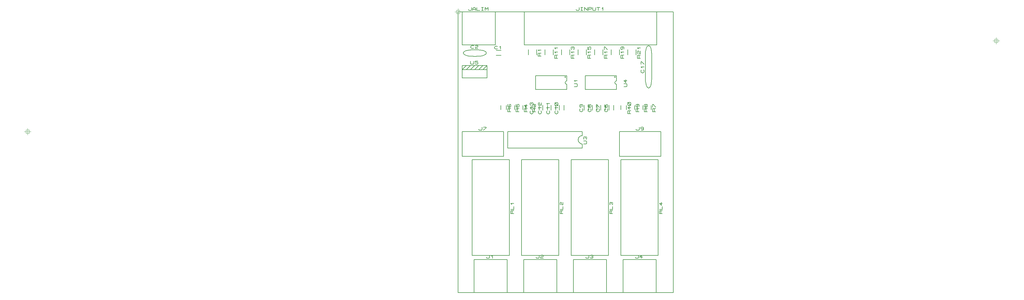
<source format=gbr>
G04 PROTEUS GERBER X2 FILE*
%TF.GenerationSoftware,Labcenter,Proteus,8.5-SP1-Build22252*%
%TF.CreationDate,2016-12-04T16:33:54+00:00*%
%TF.FileFunction,Legend,Top*%
%TF.FilePolarity,Positive*%
%TF.Part,Single*%
%FSLAX45Y45*%
%MOMM*%
G01*
%TA.AperFunction,Material*%
%ADD26C,0.000010*%
%ADD27C,0.203200*%
%ADD28C,0.200000*%
%TA.AperFunction,Profile*%
%ADD24C,0.203200*%
D26*
X-28498800Y+8966200D02*
X-28397200Y+8966200D01*
X-28397200Y+9067800D01*
X-28498800Y+9067800D01*
X-28498800Y+8966200D01*
X-28549600Y+9017000D02*
X-28346400Y+9017000D01*
X-28448000Y+9118600D02*
X-28448000Y+8915400D01*
X+1219200Y+11760200D02*
X+1320800Y+11760200D01*
X+1320800Y+11861800D01*
X+1219200Y+11861800D01*
X+1219200Y+11760200D01*
X+1168400Y+11811000D02*
X+1371600Y+11811000D01*
X+1270000Y+11912600D02*
X+1270000Y+11709400D01*
D27*
X-15113000Y+12700000D02*
X-15113000Y+11684000D01*
X-14097000Y+12700000D02*
X-14097000Y+11684000D01*
X-15113000Y+11684000D02*
X-14097000Y+11684000D01*
X-15113000Y+12700000D02*
X-14097000Y+12700000D01*
X-14922500Y+12771120D02*
X-14922500Y+12755880D01*
X-14906625Y+12740640D01*
X-14843125Y+12740640D01*
X-14827250Y+12755880D01*
X-14827250Y+12832080D01*
X-14795500Y+12740640D02*
X-14795500Y+12801600D01*
X-14763750Y+12832080D01*
X-14732000Y+12832080D01*
X-14700250Y+12801600D01*
X-14700250Y+12740640D01*
X-14795500Y+12771120D02*
X-14700250Y+12771120D01*
X-14668500Y+12832080D02*
X-14668500Y+12740640D01*
X-14573250Y+12740640D01*
X-14525625Y+12832080D02*
X-14462125Y+12832080D01*
X-14493875Y+12832080D02*
X-14493875Y+12740640D01*
X-14525625Y+12740640D02*
X-14462125Y+12740640D01*
X-14414500Y+12740640D02*
X-14414500Y+12832080D01*
X-14366875Y+12786360D01*
X-14319250Y+12832080D01*
X-14319250Y+12740640D01*
X-13208000Y+12700000D02*
X-13208000Y+11684000D01*
X-9144000Y+12700000D02*
X-9144000Y+11684000D01*
X-13208000Y+11684000D01*
X-13208000Y+12700000D02*
X-9144000Y+12700000D01*
X-11620500Y+12771120D02*
X-11620500Y+12755880D01*
X-11604625Y+12740640D01*
X-11541125Y+12740640D01*
X-11525250Y+12755880D01*
X-11525250Y+12832080D01*
X-11477625Y+12832080D02*
X-11414125Y+12832080D01*
X-11445875Y+12832080D02*
X-11445875Y+12740640D01*
X-11477625Y+12740640D02*
X-11414125Y+12740640D01*
X-11366500Y+12740640D02*
X-11366500Y+12832080D01*
X-11271250Y+12740640D01*
X-11271250Y+12832080D01*
X-11239500Y+12740640D02*
X-11239500Y+12832080D01*
X-11160125Y+12832080D01*
X-11144250Y+12816840D01*
X-11144250Y+12801600D01*
X-11160125Y+12786360D01*
X-11239500Y+12786360D01*
X-11112500Y+12832080D02*
X-11112500Y+12755880D01*
X-11096625Y+12740640D01*
X-11033125Y+12740640D01*
X-11017250Y+12755880D01*
X-11017250Y+12832080D01*
X-10985500Y+12832080D02*
X-10890250Y+12832080D01*
X-10937875Y+12832080D02*
X-10937875Y+12740640D01*
X-10826750Y+12801600D02*
X-10795000Y+12832080D01*
X-10795000Y+12740640D01*
X-14756000Y+5080000D02*
X-14756000Y+4064000D01*
X-13740000Y+5080000D02*
X-13740000Y+4064000D01*
X-14756000Y+4064000D02*
X-13740000Y+4064000D01*
X-14756000Y+5080000D02*
X-13740000Y+5080000D01*
X-14375000Y+5151120D02*
X-14375000Y+5135880D01*
X-14359125Y+5120640D01*
X-14295625Y+5120640D01*
X-14279750Y+5135880D01*
X-14279750Y+5212080D01*
X-14216250Y+5181600D02*
X-14184500Y+5212080D01*
X-14184500Y+5120640D01*
X-13232000Y+5080000D02*
X-13232000Y+4064000D01*
X-12216000Y+5080000D02*
X-12216000Y+4064000D01*
X-13232000Y+4064000D02*
X-12216000Y+4064000D01*
X-13232000Y+5080000D02*
X-12216000Y+5080000D01*
X-12851000Y+5151120D02*
X-12851000Y+5135880D01*
X-12835125Y+5120640D01*
X-12771625Y+5120640D01*
X-12755750Y+5135880D01*
X-12755750Y+5212080D01*
X-12708125Y+5196840D02*
X-12692250Y+5212080D01*
X-12644625Y+5212080D01*
X-12628750Y+5196840D01*
X-12628750Y+5181600D01*
X-12644625Y+5166360D01*
X-12692250Y+5166360D01*
X-12708125Y+5151120D01*
X-12708125Y+5120640D01*
X-12628750Y+5120640D01*
X-11708000Y+5080000D02*
X-11708000Y+4064000D01*
X-10692000Y+5080000D02*
X-10692000Y+4064000D01*
X-11708000Y+4064000D02*
X-10692000Y+4064000D01*
X-11708000Y+5080000D02*
X-10692000Y+5080000D01*
X-11327000Y+5151120D02*
X-11327000Y+5135880D01*
X-11311125Y+5120640D01*
X-11247625Y+5120640D01*
X-11231750Y+5135880D01*
X-11231750Y+5212080D01*
X-11184125Y+5196840D02*
X-11168250Y+5212080D01*
X-11120625Y+5212080D01*
X-11104750Y+5196840D01*
X-11104750Y+5181600D01*
X-11120625Y+5166360D01*
X-11104750Y+5151120D01*
X-11104750Y+5135880D01*
X-11120625Y+5120640D01*
X-11168250Y+5120640D01*
X-11184125Y+5135880D01*
X-11152375Y+5166360D02*
X-11120625Y+5166360D01*
X-10184000Y+5080000D02*
X-10184000Y+4064000D01*
X-9168000Y+5080000D02*
X-9168000Y+4064000D01*
X-10184000Y+4064000D02*
X-9168000Y+4064000D01*
X-10184000Y+5080000D02*
X-9168000Y+5080000D01*
X-9803000Y+5151120D02*
X-9803000Y+5135880D01*
X-9787125Y+5120640D01*
X-9723625Y+5120640D01*
X-9707750Y+5135880D01*
X-9707750Y+5212080D01*
X-9580750Y+5151120D02*
X-9676000Y+5151120D01*
X-9612500Y+5212080D01*
X-9612500Y+5120640D01*
X-14810040Y+5209700D02*
X-13667040Y+5209700D01*
X-13667040Y+8150200D01*
X-14810040Y+8150200D01*
X-14810040Y+5209700D01*
X-13534960Y+6489450D02*
X-13626400Y+6489450D01*
X-13626400Y+6568825D01*
X-13611160Y+6584700D01*
X-13595920Y+6584700D01*
X-13580680Y+6568825D01*
X-13580680Y+6489450D01*
X-13580680Y+6568825D02*
X-13565440Y+6584700D01*
X-13534960Y+6584700D01*
X-13626400Y+6616450D02*
X-13534960Y+6616450D01*
X-13534960Y+6711700D01*
X-13595920Y+6775200D02*
X-13626400Y+6806950D01*
X-13534960Y+6806950D01*
X-13298040Y+5209700D02*
X-12155040Y+5209700D01*
X-12155040Y+8150200D01*
X-13298040Y+8150200D01*
X-13298040Y+5209700D01*
X-12022960Y+6489450D02*
X-12114400Y+6489450D01*
X-12114400Y+6568825D01*
X-12099160Y+6584700D01*
X-12083920Y+6584700D01*
X-12068680Y+6568825D01*
X-12068680Y+6489450D01*
X-12068680Y+6568825D02*
X-12053440Y+6584700D01*
X-12022960Y+6584700D01*
X-12114400Y+6616450D02*
X-12022960Y+6616450D01*
X-12022960Y+6711700D01*
X-12099160Y+6759325D02*
X-12114400Y+6775200D01*
X-12114400Y+6822825D01*
X-12099160Y+6838700D01*
X-12083920Y+6838700D01*
X-12068680Y+6822825D01*
X-12068680Y+6775200D01*
X-12053440Y+6759325D01*
X-12022960Y+6759325D01*
X-12022960Y+6838700D01*
X-11774040Y+5209700D02*
X-10631040Y+5209700D01*
X-10631040Y+8150200D01*
X-11774040Y+8150200D01*
X-11774040Y+5209700D01*
X-10498960Y+6489450D02*
X-10590400Y+6489450D01*
X-10590400Y+6568825D01*
X-10575160Y+6584700D01*
X-10559920Y+6584700D01*
X-10544680Y+6568825D01*
X-10544680Y+6489450D01*
X-10544680Y+6568825D02*
X-10529440Y+6584700D01*
X-10498960Y+6584700D01*
X-10590400Y+6616450D02*
X-10498960Y+6616450D01*
X-10498960Y+6711700D01*
X-10575160Y+6759325D02*
X-10590400Y+6775200D01*
X-10590400Y+6822825D01*
X-10575160Y+6838700D01*
X-10559920Y+6838700D01*
X-10544680Y+6822825D01*
X-10529440Y+6838700D01*
X-10514200Y+6838700D01*
X-10498960Y+6822825D01*
X-10498960Y+6775200D01*
X-10514200Y+6759325D01*
X-10544680Y+6791075D02*
X-10544680Y+6822825D01*
X-10250040Y+5209700D02*
X-9107040Y+5209700D01*
X-9107040Y+8150200D01*
X-10250040Y+8150200D01*
X-10250040Y+5209700D01*
X-8974960Y+6489450D02*
X-9066400Y+6489450D01*
X-9066400Y+6568825D01*
X-9051160Y+6584700D01*
X-9035920Y+6584700D01*
X-9020680Y+6568825D01*
X-9020680Y+6489450D01*
X-9020680Y+6568825D02*
X-9005440Y+6584700D01*
X-8974960Y+6584700D01*
X-9066400Y+6616450D02*
X-8974960Y+6616450D01*
X-8974960Y+6711700D01*
X-9005440Y+6838700D02*
X-9005440Y+6743450D01*
X-9066400Y+6806950D01*
X-8974960Y+6806950D01*
X-11430000Y+9017000D02*
X-11430000Y+8890000D01*
X-11557000Y+8763000D02*
X-11554564Y+8737124D01*
X-11547515Y+8713152D01*
X-11536238Y+8691562D01*
X-11521122Y+8672830D01*
X-11502554Y+8657431D01*
X-11480919Y+8645842D01*
X-11456606Y+8638540D01*
X-11430000Y+8636000D01*
X-11557000Y+8763000D02*
X-11554564Y+8789606D01*
X-11547515Y+8813919D01*
X-11536238Y+8835554D01*
X-11521122Y+8854122D01*
X-11502554Y+8869238D01*
X-11480919Y+8880515D01*
X-11456606Y+8887564D01*
X-11430000Y+8890000D01*
X-11430000Y+8636000D02*
X-11430000Y+8509000D01*
X-13716000Y+9017000D02*
X-13716000Y+8509000D01*
X-11430000Y+9017000D02*
X-13716000Y+9017000D01*
X-13716000Y+8509000D02*
X-11430000Y+8509000D01*
X-11389360Y+8636000D02*
X-11313160Y+8636000D01*
X-11297920Y+8651875D01*
X-11297920Y+8715375D01*
X-11313160Y+8731250D01*
X-11389360Y+8731250D01*
X-11374120Y+8778875D02*
X-11389360Y+8794750D01*
X-11389360Y+8842375D01*
X-11374120Y+8858250D01*
X-11358880Y+8858250D01*
X-11343640Y+8842375D01*
X-11328400Y+8858250D01*
X-11313160Y+8858250D01*
X-11297920Y+8842375D01*
X-11297920Y+8794750D01*
X-11313160Y+8778875D01*
X-11343640Y+8810625D02*
X-11343640Y+8842375D01*
X-15113000Y+10668000D02*
X-14351000Y+10668000D01*
X-14351000Y+10922000D01*
X-15113000Y+10922000D01*
X-15113000Y+10668000D01*
X-15113000Y+10922000D02*
X-15113000Y+11049000D01*
X-14351000Y+11049000D01*
X-14351000Y+10922000D01*
X-15113000Y+10922000D02*
X-14986000Y+11049000D01*
X-14986000Y+10922000D02*
X-14859000Y+11049000D01*
X-14859000Y+10922000D02*
X-14732000Y+11049000D01*
X-14732000Y+10922000D02*
X-14605000Y+11049000D01*
X-14605000Y+10922000D02*
X-14478000Y+11049000D01*
X-14478000Y+10922000D02*
X-14351000Y+11049000D01*
X-14859000Y+11181080D02*
X-14859000Y+11104880D01*
X-14843125Y+11089640D01*
X-14779625Y+11089640D01*
X-14763750Y+11104880D01*
X-14763750Y+11181080D01*
X-14636750Y+11181080D02*
X-14716125Y+11181080D01*
X-14716125Y+11150600D01*
X-14652625Y+11150600D01*
X-14636750Y+11135360D01*
X-14636750Y+11104880D01*
X-14652625Y+11089640D01*
X-14700250Y+11089640D01*
X-14716125Y+11104880D01*
X-15078000Y+11430000D02*
X-15073728Y+11450447D01*
X-15060227Y+11469355D01*
X-15036472Y+11486360D01*
X-15001438Y+11501094D01*
X-14954099Y+11513191D01*
X-14893430Y+11522285D01*
X-14818405Y+11528010D01*
X-14728000Y+11530000D01*
X-15078000Y+11430000D02*
X-15073728Y+11409553D01*
X-15060227Y+11390645D01*
X-15036472Y+11373640D01*
X-15001438Y+11358906D01*
X-14954099Y+11346809D01*
X-14893430Y+11337715D01*
X-14818405Y+11331990D01*
X-14728000Y+11330000D01*
X-14378000Y+11430000D02*
X-14382272Y+11450447D01*
X-14395773Y+11469355D01*
X-14419528Y+11486360D01*
X-14454562Y+11501094D01*
X-14501901Y+11513191D01*
X-14562570Y+11522285D01*
X-14637595Y+11528010D01*
X-14728000Y+11530000D01*
X-14378000Y+11430000D02*
X-14382272Y+11409553D01*
X-14395773Y+11390645D01*
X-14419528Y+11373640D01*
X-14454562Y+11358906D01*
X-14501901Y+11346809D01*
X-14562570Y+11337715D01*
X-14637595Y+11331990D01*
X-14728000Y+11330000D01*
X-14759750Y+11585880D02*
X-14775625Y+11570640D01*
X-14823250Y+11570640D01*
X-14855000Y+11601120D01*
X-14855000Y+11631600D01*
X-14823250Y+11662080D01*
X-14775625Y+11662080D01*
X-14759750Y+11646840D01*
X-14712125Y+11646840D02*
X-14696250Y+11662080D01*
X-14648625Y+11662080D01*
X-14632750Y+11646840D01*
X-14632750Y+11631600D01*
X-14648625Y+11616360D01*
X-14696250Y+11616360D01*
X-14712125Y+11601120D01*
X-14712125Y+11570640D01*
X-14632750Y+11570640D01*
X-14074140Y+11511660D02*
X-13921740Y+11511660D01*
X-14071600Y+11364340D02*
X-13921740Y+11364340D01*
X-14032230Y+11567540D02*
X-14048105Y+11552300D01*
X-14095730Y+11552300D01*
X-14127480Y+11582780D01*
X-14127480Y+11613260D01*
X-14095730Y+11643740D01*
X-14048105Y+11643740D01*
X-14032230Y+11628500D01*
X-13968730Y+11613260D02*
X-13936980Y+11643740D01*
X-13936980Y+11552300D01*
X-11904980Y+10731500D02*
X-11904980Y+10574338D01*
X-11925598Y+10570296D01*
X-11942225Y+10559194D01*
X-11953326Y+10542567D01*
X-11957368Y+10521950D01*
X-11904980Y+10469562D02*
X-11925598Y+10473604D01*
X-11942225Y+10484706D01*
X-11953326Y+10501333D01*
X-11957368Y+10521950D01*
X-11904980Y+10469562D02*
X-11904980Y+10312400D01*
X-12860020Y+10655300D02*
X-12860020Y+10388600D01*
X-11938000Y+10731500D02*
X-12827000Y+10731500D01*
X-11938000Y+10312400D02*
X-12827000Y+10312400D01*
X-11938000Y+10731500D02*
X-11904980Y+10731500D01*
X-11904980Y+10312400D02*
X-11938000Y+10312400D01*
X-12860020Y+10388600D02*
X-12860020Y+10312400D01*
X-12827000Y+10312400D01*
X-12827000Y+10731500D02*
X-12860020Y+10731500D01*
X-12860020Y+10655300D01*
X-11944096Y+10695940D02*
X-11944131Y+10696785D01*
X-11944418Y+10698476D01*
X-11945017Y+10700167D01*
X-11945997Y+10701858D01*
X-11947497Y+10703526D01*
X-11949188Y+10704746D01*
X-11950879Y+10705522D01*
X-11952570Y+10705959D01*
X-11954256Y+10706100D01*
X-11964416Y+10695940D02*
X-11964381Y+10696785D01*
X-11964094Y+10698476D01*
X-11963495Y+10700167D01*
X-11962515Y+10701858D01*
X-11961015Y+10703526D01*
X-11959324Y+10704746D01*
X-11957633Y+10705522D01*
X-11955942Y+10705959D01*
X-11954256Y+10706100D01*
X-11964416Y+10695940D02*
X-11964381Y+10695095D01*
X-11964094Y+10693404D01*
X-11963495Y+10691713D01*
X-11962515Y+10690022D01*
X-11961015Y+10688354D01*
X-11959324Y+10687134D01*
X-11957633Y+10686358D01*
X-11955942Y+10685921D01*
X-11954256Y+10685780D01*
X-11944096Y+10695940D02*
X-11944131Y+10695095D01*
X-11944418Y+10693404D01*
X-11945017Y+10691713D01*
X-11945997Y+10690022D01*
X-11947497Y+10688354D01*
X-11949188Y+10687134D01*
X-11950879Y+10686358D01*
X-11952570Y+10685921D01*
X-11954256Y+10685780D01*
X-11678920Y+10394950D02*
X-11602720Y+10394950D01*
X-11587480Y+10410825D01*
X-11587480Y+10474325D01*
X-11602720Y+10490200D01*
X-11678920Y+10490200D01*
X-11648440Y+10553700D02*
X-11678920Y+10585450D01*
X-11587480Y+10585450D01*
X-10380980Y+10731500D02*
X-10380980Y+10574338D01*
X-10401598Y+10570296D01*
X-10418225Y+10559194D01*
X-10429326Y+10542567D01*
X-10433368Y+10521950D01*
X-10380980Y+10469562D02*
X-10401598Y+10473604D01*
X-10418225Y+10484706D01*
X-10429326Y+10501333D01*
X-10433368Y+10521950D01*
X-10380980Y+10469562D02*
X-10380980Y+10312400D01*
X-11336020Y+10655300D02*
X-11336020Y+10388600D01*
X-10414000Y+10731500D02*
X-11303000Y+10731500D01*
X-10414000Y+10312400D02*
X-11303000Y+10312400D01*
X-10414000Y+10731500D02*
X-10380980Y+10731500D01*
X-10380980Y+10312400D02*
X-10414000Y+10312400D01*
X-11336020Y+10388600D02*
X-11336020Y+10312400D01*
X-11303000Y+10312400D01*
X-11303000Y+10731500D02*
X-11336020Y+10731500D01*
X-11336020Y+10655300D01*
X-10420096Y+10695940D02*
X-10420131Y+10696785D01*
X-10420418Y+10698476D01*
X-10421017Y+10700167D01*
X-10421997Y+10701858D01*
X-10423497Y+10703526D01*
X-10425188Y+10704746D01*
X-10426879Y+10705522D01*
X-10428570Y+10705959D01*
X-10430256Y+10706100D01*
X-10440416Y+10695940D02*
X-10440381Y+10696785D01*
X-10440094Y+10698476D01*
X-10439495Y+10700167D01*
X-10438515Y+10701858D01*
X-10437015Y+10703526D01*
X-10435324Y+10704746D01*
X-10433633Y+10705522D01*
X-10431942Y+10705959D01*
X-10430256Y+10706100D01*
X-10440416Y+10695940D02*
X-10440381Y+10695095D01*
X-10440094Y+10693404D01*
X-10439495Y+10691713D01*
X-10438515Y+10690022D01*
X-10437015Y+10688354D01*
X-10435324Y+10687134D01*
X-10433633Y+10686358D01*
X-10431942Y+10685921D01*
X-10430256Y+10685780D01*
X-10420096Y+10695940D02*
X-10420131Y+10695095D01*
X-10420418Y+10693404D01*
X-10421017Y+10691713D01*
X-10421997Y+10690022D01*
X-10423497Y+10688354D01*
X-10425188Y+10687134D01*
X-10426879Y+10686358D01*
X-10428570Y+10685921D01*
X-10430256Y+10685780D01*
X-10154920Y+10394950D02*
X-10078720Y+10394950D01*
X-10063480Y+10410825D01*
X-10063480Y+10474325D01*
X-10078720Y+10490200D01*
X-10154920Y+10490200D01*
X-10093960Y+10617200D02*
X-10093960Y+10521950D01*
X-10154920Y+10585450D01*
X-10063480Y+10585450D01*
X-9398000Y+10357000D02*
X-9418447Y+10361370D01*
X-9437356Y+10375555D01*
X-9454360Y+10401165D01*
X-9469094Y+10439812D01*
X-9481191Y+10493108D01*
X-9490285Y+10562664D01*
X-9496010Y+10650091D01*
X-9498000Y+10757000D01*
X-9398000Y+10357000D02*
X-9377553Y+10361370D01*
X-9358644Y+10375555D01*
X-9341640Y+10401165D01*
X-9326906Y+10439812D01*
X-9314809Y+10493108D01*
X-9305715Y+10562664D01*
X-9299990Y+10650091D01*
X-9298000Y+10757000D01*
X-9398000Y+11657000D02*
X-9418447Y+11652728D01*
X-9437356Y+11639227D01*
X-9454360Y+11615472D01*
X-9469094Y+11580438D01*
X-9481191Y+11533099D01*
X-9490285Y+11472430D01*
X-9496010Y+11397405D01*
X-9498000Y+11307000D01*
X-9398000Y+11657000D02*
X-9377553Y+11652728D01*
X-9358644Y+11639227D01*
X-9341640Y+11615472D01*
X-9326906Y+11580438D01*
X-9314809Y+11533099D01*
X-9305715Y+11472430D01*
X-9299990Y+11397405D01*
X-9298000Y+11307000D01*
X-9498000Y+10757000D02*
X-9498000Y+11307000D01*
X-9298000Y+10757000D02*
X-9298000Y+11307000D01*
X-9553880Y+10911750D02*
X-9538640Y+10895875D01*
X-9538640Y+10848250D01*
X-9569120Y+10816500D01*
X-9599600Y+10816500D01*
X-9630080Y+10848250D01*
X-9630080Y+10895875D01*
X-9614840Y+10911750D01*
X-9599600Y+10975250D02*
X-9630080Y+11007000D01*
X-9538640Y+11007000D01*
X-9630080Y+11086375D02*
X-9630080Y+11165750D01*
X-9614840Y+11165750D01*
X-9538640Y+11086375D01*
X-12827000Y+11541760D02*
X-12827000Y+11381740D01*
X-13081000Y+11541760D02*
X-13081000Y+11381740D01*
X-12694920Y+11333480D02*
X-12786360Y+11333480D01*
X-12786360Y+11412855D01*
X-12771120Y+11428730D01*
X-12755880Y+11428730D01*
X-12740640Y+11412855D01*
X-12740640Y+11333480D01*
X-12740640Y+11412855D02*
X-12725400Y+11428730D01*
X-12694920Y+11428730D01*
X-12755880Y+11492230D02*
X-12786360Y+11523980D01*
X-12694920Y+11523980D01*
X-12319000Y+11541760D02*
X-12319000Y+11381740D01*
X-12573000Y+11541760D02*
X-12573000Y+11381740D01*
X-12186920Y+11269980D02*
X-12278360Y+11269980D01*
X-12278360Y+11349355D01*
X-12263120Y+11365230D01*
X-12247880Y+11365230D01*
X-12232640Y+11349355D01*
X-12232640Y+11269980D01*
X-12232640Y+11349355D02*
X-12217400Y+11365230D01*
X-12186920Y+11365230D01*
X-12247880Y+11428730D02*
X-12278360Y+11460480D01*
X-12186920Y+11460480D01*
X-12247880Y+11555730D02*
X-12278360Y+11587480D01*
X-12186920Y+11587480D01*
X-11811000Y+11541760D02*
X-11811000Y+11381740D01*
X-12065000Y+11541760D02*
X-12065000Y+11381740D01*
X-11678920Y+11269980D02*
X-11770360Y+11269980D01*
X-11770360Y+11349355D01*
X-11755120Y+11365230D01*
X-11739880Y+11365230D01*
X-11724640Y+11349355D01*
X-11724640Y+11269980D01*
X-11724640Y+11349355D02*
X-11709400Y+11365230D01*
X-11678920Y+11365230D01*
X-11739880Y+11428730D02*
X-11770360Y+11460480D01*
X-11678920Y+11460480D01*
X-11755120Y+11539855D02*
X-11770360Y+11555730D01*
X-11770360Y+11603355D01*
X-11755120Y+11619230D01*
X-11739880Y+11619230D01*
X-11724640Y+11603355D01*
X-11709400Y+11619230D01*
X-11694160Y+11619230D01*
X-11678920Y+11603355D01*
X-11678920Y+11555730D01*
X-11694160Y+11539855D01*
X-11724640Y+11571605D02*
X-11724640Y+11603355D01*
X-11303000Y+11541760D02*
X-11303000Y+11381740D01*
X-11557000Y+11541760D02*
X-11557000Y+11381740D01*
X-11170920Y+11269980D02*
X-11262360Y+11269980D01*
X-11262360Y+11349355D01*
X-11247120Y+11365230D01*
X-11231880Y+11365230D01*
X-11216640Y+11349355D01*
X-11216640Y+11269980D01*
X-11216640Y+11349355D02*
X-11201400Y+11365230D01*
X-11170920Y+11365230D01*
X-11231880Y+11428730D02*
X-11262360Y+11460480D01*
X-11170920Y+11460480D01*
X-11262360Y+11619230D02*
X-11262360Y+11539855D01*
X-11231880Y+11539855D01*
X-11231880Y+11603355D01*
X-11216640Y+11619230D01*
X-11186160Y+11619230D01*
X-11170920Y+11603355D01*
X-11170920Y+11555730D01*
X-11186160Y+11539855D01*
X-10795000Y+11541760D02*
X-10795000Y+11381740D01*
X-11049000Y+11541760D02*
X-11049000Y+11381740D01*
X-10662920Y+11269980D02*
X-10754360Y+11269980D01*
X-10754360Y+11349355D01*
X-10739120Y+11365230D01*
X-10723880Y+11365230D01*
X-10708640Y+11349355D01*
X-10708640Y+11269980D01*
X-10708640Y+11349355D02*
X-10693400Y+11365230D01*
X-10662920Y+11365230D01*
X-10723880Y+11428730D02*
X-10754360Y+11460480D01*
X-10662920Y+11460480D01*
X-10754360Y+11539855D02*
X-10754360Y+11619230D01*
X-10739120Y+11619230D01*
X-10662920Y+11539855D01*
X-10287000Y+11541760D02*
X-10287000Y+11381740D01*
X-10541000Y+11541760D02*
X-10541000Y+11381740D01*
X-10154920Y+11269980D02*
X-10246360Y+11269980D01*
X-10246360Y+11349355D01*
X-10231120Y+11365230D01*
X-10215880Y+11365230D01*
X-10200640Y+11349355D01*
X-10200640Y+11269980D01*
X-10200640Y+11349355D02*
X-10185400Y+11365230D01*
X-10154920Y+11365230D01*
X-10215880Y+11428730D02*
X-10246360Y+11460480D01*
X-10154920Y+11460480D01*
X-10215880Y+11619230D02*
X-10200640Y+11603355D01*
X-10200640Y+11555730D01*
X-10215880Y+11539855D01*
X-10231120Y+11539855D01*
X-10246360Y+11555730D01*
X-10246360Y+11603355D01*
X-10231120Y+11619230D01*
X-10170160Y+11619230D01*
X-10154920Y+11603355D01*
X-10154920Y+11555730D01*
X-9779000Y+11541760D02*
X-9779000Y+11381740D01*
X-10033000Y+11541760D02*
X-10033000Y+11381740D01*
X-9646920Y+11269980D02*
X-9738360Y+11269980D01*
X-9738360Y+11349355D01*
X-9723120Y+11365230D01*
X-9707880Y+11365230D01*
X-9692640Y+11349355D01*
X-9692640Y+11269980D01*
X-9692640Y+11349355D02*
X-9677400Y+11365230D01*
X-9646920Y+11365230D01*
X-9723120Y+11412855D02*
X-9738360Y+11428730D01*
X-9738360Y+11476355D01*
X-9723120Y+11492230D01*
X-9707880Y+11492230D01*
X-9692640Y+11476355D01*
X-9692640Y+11428730D01*
X-9677400Y+11412855D01*
X-9646920Y+11412855D01*
X-9646920Y+11492230D01*
X-9707880Y+11555730D02*
X-9738360Y+11587480D01*
X-9646920Y+11587480D01*
X-10614660Y+9674860D02*
X-10614660Y+9827260D01*
X-10467340Y+9677400D02*
X-10467340Y+9827260D01*
X-10670540Y+9716770D02*
X-10655300Y+9700895D01*
X-10655300Y+9653270D01*
X-10685780Y+9621520D01*
X-10716260Y+9621520D01*
X-10746740Y+9653270D01*
X-10746740Y+9700895D01*
X-10731500Y+9716770D01*
X-10731500Y+9843770D02*
X-10746740Y+9827895D01*
X-10746740Y+9780270D01*
X-10731500Y+9764395D01*
X-10670540Y+9764395D01*
X-10655300Y+9780270D01*
X-10655300Y+9827895D01*
X-10670540Y+9843770D01*
X-10685780Y+9843770D01*
X-10701020Y+9827895D01*
X-10701020Y+9764395D01*
X-10868660Y+9674860D02*
X-10868660Y+9827260D01*
X-10721340Y+9677400D02*
X-10721340Y+9827260D01*
X-10924540Y+9716770D02*
X-10909300Y+9700895D01*
X-10909300Y+9653270D01*
X-10939780Y+9621520D01*
X-10970260Y+9621520D01*
X-11000740Y+9653270D01*
X-11000740Y+9700895D01*
X-10985500Y+9716770D01*
X-11000740Y+9764395D02*
X-11000740Y+9843770D01*
X-10985500Y+9843770D01*
X-10909300Y+9764395D01*
X-11122660Y+9674860D02*
X-11122660Y+9827260D01*
X-10975340Y+9677400D02*
X-10975340Y+9827260D01*
X-11178540Y+9716770D02*
X-11163300Y+9700895D01*
X-11163300Y+9653270D01*
X-11193780Y+9621520D01*
X-11224260Y+9621520D01*
X-11254740Y+9653270D01*
X-11254740Y+9700895D01*
X-11239500Y+9716770D01*
X-11209020Y+9780270D02*
X-11224260Y+9764395D01*
X-11239500Y+9764395D01*
X-11254740Y+9780270D01*
X-11254740Y+9827895D01*
X-11239500Y+9843770D01*
X-11224260Y+9843770D01*
X-11209020Y+9827895D01*
X-11209020Y+9780270D01*
X-11193780Y+9764395D01*
X-11178540Y+9764395D01*
X-11163300Y+9780270D01*
X-11163300Y+9827895D01*
X-11178540Y+9843770D01*
X-11193780Y+9843770D01*
X-11209020Y+9827895D01*
X-11376660Y+9674860D02*
X-11376660Y+9827260D01*
X-11229340Y+9677400D02*
X-11229340Y+9827260D01*
X-11432540Y+9716770D02*
X-11417300Y+9700895D01*
X-11417300Y+9653270D01*
X-11447780Y+9621520D01*
X-11478260Y+9621520D01*
X-11508740Y+9653270D01*
X-11508740Y+9700895D01*
X-11493500Y+9716770D01*
X-11478260Y+9843770D02*
X-11463020Y+9827895D01*
X-11463020Y+9780270D01*
X-11478260Y+9764395D01*
X-11493500Y+9764395D01*
X-11508740Y+9780270D01*
X-11508740Y+9827895D01*
X-11493500Y+9843770D01*
X-11432540Y+9843770D01*
X-11417300Y+9827895D01*
X-11417300Y+9780270D01*
X-12392660Y+9674860D02*
X-12392660Y+9827260D01*
X-12245340Y+9677400D02*
X-12245340Y+9827260D01*
X-12448540Y+9653270D02*
X-12433300Y+9637395D01*
X-12433300Y+9589770D01*
X-12463780Y+9558020D01*
X-12494260Y+9558020D01*
X-12524740Y+9589770D01*
X-12524740Y+9637395D01*
X-12509500Y+9653270D01*
X-12494260Y+9716770D02*
X-12524740Y+9748520D01*
X-12433300Y+9748520D01*
X-12494260Y+9843770D02*
X-12524740Y+9875520D01*
X-12433300Y+9875520D01*
X-12646660Y+9674860D02*
X-12646660Y+9827260D01*
X-12499340Y+9677400D02*
X-12499340Y+9827260D01*
X-12702540Y+9653270D02*
X-12687300Y+9637395D01*
X-12687300Y+9589770D01*
X-12717780Y+9558020D01*
X-12748260Y+9558020D01*
X-12778740Y+9589770D01*
X-12778740Y+9637395D01*
X-12763500Y+9653270D01*
X-12748260Y+9716770D02*
X-12778740Y+9748520D01*
X-12687300Y+9748520D01*
X-12763500Y+9827895D02*
X-12778740Y+9843770D01*
X-12778740Y+9891395D01*
X-12763500Y+9907270D01*
X-12748260Y+9907270D01*
X-12733020Y+9891395D01*
X-12733020Y+9843770D01*
X-12717780Y+9827895D01*
X-12687300Y+9827895D01*
X-12687300Y+9907270D01*
X-12900660Y+9674860D02*
X-12900660Y+9827260D01*
X-12753340Y+9677400D02*
X-12753340Y+9827260D01*
X-12956540Y+9653270D02*
X-12941300Y+9637395D01*
X-12941300Y+9589770D01*
X-12971780Y+9558020D01*
X-13002260Y+9558020D01*
X-13032740Y+9589770D01*
X-13032740Y+9637395D01*
X-13017500Y+9653270D01*
X-13002260Y+9716770D02*
X-13032740Y+9748520D01*
X-12941300Y+9748520D01*
X-13017500Y+9827895D02*
X-13032740Y+9843770D01*
X-13032740Y+9891395D01*
X-13017500Y+9907270D01*
X-13002260Y+9907270D01*
X-12987020Y+9891395D01*
X-12971780Y+9907270D01*
X-12956540Y+9907270D01*
X-12941300Y+9891395D01*
X-12941300Y+9843770D01*
X-12956540Y+9827895D01*
X-12987020Y+9859645D02*
X-12987020Y+9891395D01*
D28*
X-13166000Y+9816000D02*
X-13166000Y+9696000D01*
X-12996000Y+9816000D02*
X-12996000Y+9696000D01*
D27*
X-12864080Y+9629000D02*
X-12955520Y+9629000D01*
X-12955520Y+9708375D01*
X-12940280Y+9724250D01*
X-12925040Y+9724250D01*
X-12909800Y+9708375D01*
X-12909800Y+9629000D01*
X-12909800Y+9708375D02*
X-12894560Y+9724250D01*
X-12864080Y+9724250D01*
X-12940280Y+9771875D02*
X-12955520Y+9787750D01*
X-12955520Y+9835375D01*
X-12940280Y+9851250D01*
X-12925040Y+9851250D01*
X-12909800Y+9835375D01*
X-12894560Y+9851250D01*
X-12879320Y+9851250D01*
X-12864080Y+9835375D01*
X-12864080Y+9787750D01*
X-12879320Y+9771875D01*
X-12909800Y+9803625D02*
X-12909800Y+9835375D01*
D28*
X-13420000Y+9816000D02*
X-13420000Y+9696000D01*
X-13250000Y+9816000D02*
X-13250000Y+9696000D01*
D27*
X-13118080Y+9629000D02*
X-13209520Y+9629000D01*
X-13209520Y+9708375D01*
X-13194280Y+9724250D01*
X-13179040Y+9724250D01*
X-13163800Y+9708375D01*
X-13163800Y+9629000D01*
X-13163800Y+9708375D02*
X-13148560Y+9724250D01*
X-13118080Y+9724250D01*
X-13148560Y+9851250D02*
X-13148560Y+9756000D01*
X-13209520Y+9819500D01*
X-13118080Y+9819500D01*
D28*
X-13674000Y+9816000D02*
X-13674000Y+9696000D01*
X-13504000Y+9816000D02*
X-13504000Y+9696000D01*
D27*
X-13372080Y+9629000D02*
X-13463520Y+9629000D01*
X-13463520Y+9708375D01*
X-13448280Y+9724250D01*
X-13433040Y+9724250D01*
X-13417800Y+9708375D01*
X-13417800Y+9629000D01*
X-13417800Y+9708375D02*
X-13402560Y+9724250D01*
X-13372080Y+9724250D01*
X-13463520Y+9851250D02*
X-13463520Y+9771875D01*
X-13433040Y+9771875D01*
X-13433040Y+9835375D01*
X-13417800Y+9851250D01*
X-13387320Y+9851250D01*
X-13372080Y+9835375D01*
X-13372080Y+9787750D01*
X-13387320Y+9771875D01*
D28*
X-13928000Y+9816000D02*
X-13928000Y+9696000D01*
X-13758000Y+9816000D02*
X-13758000Y+9696000D01*
D27*
X-13626080Y+9629000D02*
X-13717520Y+9629000D01*
X-13717520Y+9708375D01*
X-13702280Y+9724250D01*
X-13687040Y+9724250D01*
X-13671800Y+9708375D01*
X-13671800Y+9629000D01*
X-13671800Y+9708375D02*
X-13656560Y+9724250D01*
X-13626080Y+9724250D01*
X-13702280Y+9851250D02*
X-13717520Y+9835375D01*
X-13717520Y+9787750D01*
X-13702280Y+9771875D01*
X-13641320Y+9771875D01*
X-13626080Y+9787750D01*
X-13626080Y+9835375D01*
X-13641320Y+9851250D01*
X-13656560Y+9851250D01*
X-13671800Y+9835375D01*
X-13671800Y+9771875D01*
D28*
X-9483000Y+9816000D02*
X-9483000Y+9696000D01*
X-9313000Y+9816000D02*
X-9313000Y+9696000D01*
D27*
X-9181080Y+9629000D02*
X-9272520Y+9629000D01*
X-9272520Y+9708375D01*
X-9257280Y+9724250D01*
X-9242040Y+9724250D01*
X-9226800Y+9708375D01*
X-9226800Y+9629000D01*
X-9226800Y+9708375D02*
X-9211560Y+9724250D01*
X-9181080Y+9724250D01*
X-9272520Y+9771875D02*
X-9272520Y+9851250D01*
X-9257280Y+9851250D01*
X-9181080Y+9771875D01*
D28*
X-9737000Y+9816000D02*
X-9737000Y+9696000D01*
X-9567000Y+9816000D02*
X-9567000Y+9696000D01*
D27*
X-9435080Y+9629000D02*
X-9526520Y+9629000D01*
X-9526520Y+9708375D01*
X-9511280Y+9724250D01*
X-9496040Y+9724250D01*
X-9480800Y+9708375D01*
X-9480800Y+9629000D01*
X-9480800Y+9708375D02*
X-9465560Y+9724250D01*
X-9435080Y+9724250D01*
X-9480800Y+9787750D02*
X-9496040Y+9771875D01*
X-9511280Y+9771875D01*
X-9526520Y+9787750D01*
X-9526520Y+9835375D01*
X-9511280Y+9851250D01*
X-9496040Y+9851250D01*
X-9480800Y+9835375D01*
X-9480800Y+9787750D01*
X-9465560Y+9771875D01*
X-9450320Y+9771875D01*
X-9435080Y+9787750D01*
X-9435080Y+9835375D01*
X-9450320Y+9851250D01*
X-9465560Y+9851250D01*
X-9480800Y+9835375D01*
D28*
X-9991000Y+9816000D02*
X-9991000Y+9696000D01*
X-9821000Y+9816000D02*
X-9821000Y+9696000D01*
D27*
X-9689080Y+9629000D02*
X-9780520Y+9629000D01*
X-9780520Y+9708375D01*
X-9765280Y+9724250D01*
X-9750040Y+9724250D01*
X-9734800Y+9708375D01*
X-9734800Y+9629000D01*
X-9734800Y+9708375D02*
X-9719560Y+9724250D01*
X-9689080Y+9724250D01*
X-9750040Y+9851250D02*
X-9734800Y+9835375D01*
X-9734800Y+9787750D01*
X-9750040Y+9771875D01*
X-9765280Y+9771875D01*
X-9780520Y+9787750D01*
X-9780520Y+9835375D01*
X-9765280Y+9851250D01*
X-9704320Y+9851250D01*
X-9689080Y+9835375D01*
X-9689080Y+9787750D01*
D28*
X-10245000Y+9816000D02*
X-10245000Y+9696000D01*
X-10075000Y+9816000D02*
X-10075000Y+9696000D01*
D27*
X-9943080Y+9565500D02*
X-10034520Y+9565500D01*
X-10034520Y+9644875D01*
X-10019280Y+9660750D01*
X-10004040Y+9660750D01*
X-9988800Y+9644875D01*
X-9988800Y+9565500D01*
X-9988800Y+9644875D02*
X-9973560Y+9660750D01*
X-9943080Y+9660750D01*
X-10004040Y+9724250D02*
X-10034520Y+9756000D01*
X-9943080Y+9756000D01*
X-9958320Y+9819500D02*
X-10019280Y+9819500D01*
X-10034520Y+9835375D01*
X-10034520Y+9898875D01*
X-10019280Y+9914750D01*
X-9958320Y+9914750D01*
X-9943080Y+9898875D01*
X-9943080Y+9835375D01*
X-9958320Y+9819500D01*
X-9943080Y+9819500D02*
X-10034520Y+9914750D01*
X-12138660Y+9674860D02*
X-12138660Y+9827260D01*
X-11991340Y+9677400D02*
X-11991340Y+9827260D01*
X-12194540Y+9653270D02*
X-12179300Y+9637395D01*
X-12179300Y+9589770D01*
X-12209780Y+9558020D01*
X-12240260Y+9558020D01*
X-12270740Y+9589770D01*
X-12270740Y+9637395D01*
X-12255500Y+9653270D01*
X-12240260Y+9716770D02*
X-12270740Y+9748520D01*
X-12179300Y+9748520D01*
X-12194540Y+9812020D02*
X-12255500Y+9812020D01*
X-12270740Y+9827895D01*
X-12270740Y+9891395D01*
X-12255500Y+9907270D01*
X-12194540Y+9907270D01*
X-12179300Y+9891395D01*
X-12179300Y+9827895D01*
X-12194540Y+9812020D01*
X-12179300Y+9812020D02*
X-12270740Y+9907270D01*
D26*
X-15290800Y+12649200D02*
X-15189200Y+12649200D01*
X-15189200Y+12750800D01*
X-15290800Y+12750800D01*
X-15290800Y+12649200D01*
X-15341600Y+12700000D02*
X-15138400Y+12700000D01*
X-15240000Y+12801600D02*
X-15240000Y+12598400D01*
D27*
X-15113000Y+8255000D02*
X-13843000Y+8255000D01*
X-13843000Y+9017000D01*
X-15113000Y+9017000D01*
X-15113000Y+8255000D01*
X-14605000Y+9088120D02*
X-14605000Y+9072880D01*
X-14589125Y+9057640D01*
X-14525625Y+9057640D01*
X-14509750Y+9072880D01*
X-14509750Y+9149080D01*
X-14462125Y+9149080D02*
X-14382750Y+9149080D01*
X-14382750Y+9133840D01*
X-14462125Y+9057640D01*
X-10287000Y+8255000D02*
X-9017000Y+8255000D01*
X-9017000Y+9017000D01*
X-10287000Y+9017000D01*
X-10287000Y+8255000D01*
X-9779000Y+9088120D02*
X-9779000Y+9072880D01*
X-9763125Y+9057640D01*
X-9699625Y+9057640D01*
X-9683750Y+9072880D01*
X-9683750Y+9149080D01*
X-9556750Y+9118600D02*
X-9572625Y+9103360D01*
X-9620250Y+9103360D01*
X-9636125Y+9118600D01*
X-9636125Y+9133840D01*
X-9620250Y+9149080D01*
X-9572625Y+9149080D01*
X-9556750Y+9133840D01*
X-9556750Y+9072880D01*
X-9572625Y+9057640D01*
X-9620250Y+9057640D01*
D24*
X-15240000Y+4064000D02*
X-8636000Y+4064000D01*
X-8636000Y+12700000D01*
X-15240000Y+12700000D01*
X-15240000Y+4064000D01*
M02*

</source>
